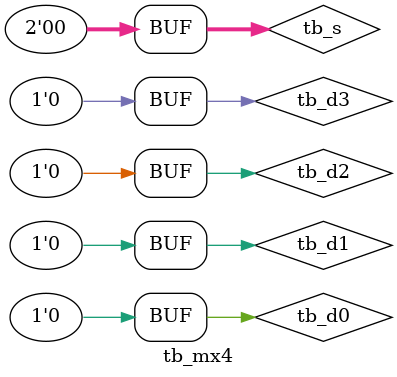
<source format=v>
`timescale 1ns/100ps

module tb_mx4;

	reg tb_d0, tb_d1, tb_d2, tb_d3;
	reg [1:0] tb_s;
	wire tb_y;
	
	mx4 U0_mx4(.y(tb_y), .d0(tb_d0), .d1(tb_d1), .d2(tb_d2), .d3(tb_d3), .s(tb_s));
	
	initial begin
	
		#0		tb_d0 = 0;  tb_d1 = 0;  tb_d2 = 0;  tb_d3 = 0;  tb_s = 2'b00;
		#10	tb_d0 = 0;  tb_d1 = 1;  tb_d2 = 0;  tb_d3 = 0;
		#10	tb_d0 = 1;  tb_d1 = 1;  tb_d2 = 0;  tb_d3 = 0;
		#10	tb_d0 = 1;  tb_d1 = 0;  tb_d2 = 0;  tb_d3 = 0;
		#10	tb_d0 = 0;  tb_d1 = 0;  tb_d2 = 0;  tb_d3 = 0;  tb_s = 2'b01;
		#10	tb_d0 = 0;  tb_d1 = 1;  tb_d2 = 0;  tb_d3 = 0;
		#10	tb_d0 = 1;  tb_d1 = 1;  tb_d2 = 0;  tb_d3 = 0;
		#10	tb_d0 = 1;  tb_d1 = 0;  tb_d2 = 0;  tb_d3 = 0;
		#10	tb_d0 = 0;  tb_d1 = 0;  tb_d2 = 0;  tb_d3 = 0;  tb_s = 2'b10;
		#10	tb_d0 = 0;  tb_d1 = 1;  tb_d2 = 0;  tb_d3 = 0;
		#10	tb_d0 = 1;  tb_d1 = 1;  tb_d2 = 0;  tb_d3 = 0;
		#10	tb_d0 = 1;  tb_d1 = 0;  tb_d2 = 0;  tb_d3 = 0;
		#10	tb_d0 = 0;  tb_d1 = 0;  tb_d2 = 0;  tb_d3 = 0;  tb_s = 2'b11;
		#10	tb_d0 = 0;  tb_d1 = 1;  tb_d2 = 0;  tb_d3 = 0;
		#10	tb_d0 = 1;  tb_d1 = 1;  tb_d2 = 0;  tb_d3 = 0;
		#10	tb_d0 = 1;  tb_d1 = 0;  tb_d2 = 0;  tb_d3 = 0;
		
		#10	tb_d0 = 0;  tb_d1 = 0;  tb_d2 = 0;  tb_d3 = 0;  tb_s = 2'b00;
		

	end

endmodule

</source>
